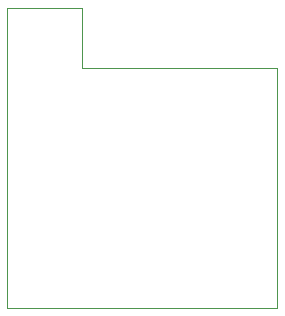
<source format=gko>
G04 #@! TF.GenerationSoftware,KiCad,Pcbnew,(6.0.6-0)*
G04 #@! TF.CreationDate,2022-07-25T17:11:54+09:00*
G04 #@! TF.ProjectId,livecharm-20220717,6c697665-6368-4617-926d-2d3230323230,rev?*
G04 #@! TF.SameCoordinates,PX68290a0PY2e063a0*
G04 #@! TF.FileFunction,Profile,NP*
%FSLAX46Y46*%
G04 Gerber Fmt 4.6, Leading zero omitted, Abs format (unit mm)*
G04 Created by KiCad (PCBNEW (6.0.6-0)) date 2022-07-25 17:11:54*
%MOMM*%
%LPD*%
G01*
G04 APERTURE LIST*
G04 #@! TA.AperFunction,Profile*
%ADD10C,0.100000*%
G04 #@! TD*
G04 APERTURE END LIST*
D10*
X8890000Y-12700000D02*
X25400000Y-12700000D01*
X25400000Y-33020000D01*
X2540000Y-33020000D01*
X2540000Y-7620000D01*
X8890000Y-7620000D01*
X8890000Y-12700000D01*
M02*

</source>
